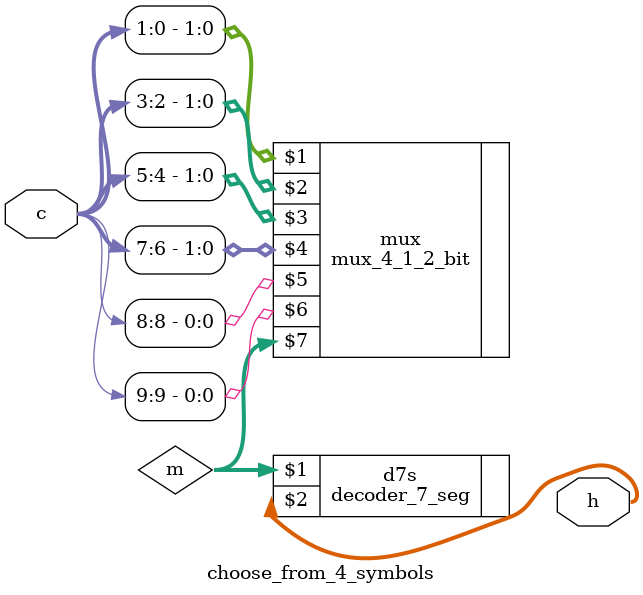
<source format=v>
module choose_from_4_symbols (
	input [9:0] c,
	output [0:6] h);
	
	wire [1:0] m;	
	
	mux_4_1_2_bit mux(c[1:0], c[3:2], c[5:4], c[7:6], c[8], c[9], m);
	decoder_7_seg d7s(m, h);
	
endmodule

</source>
